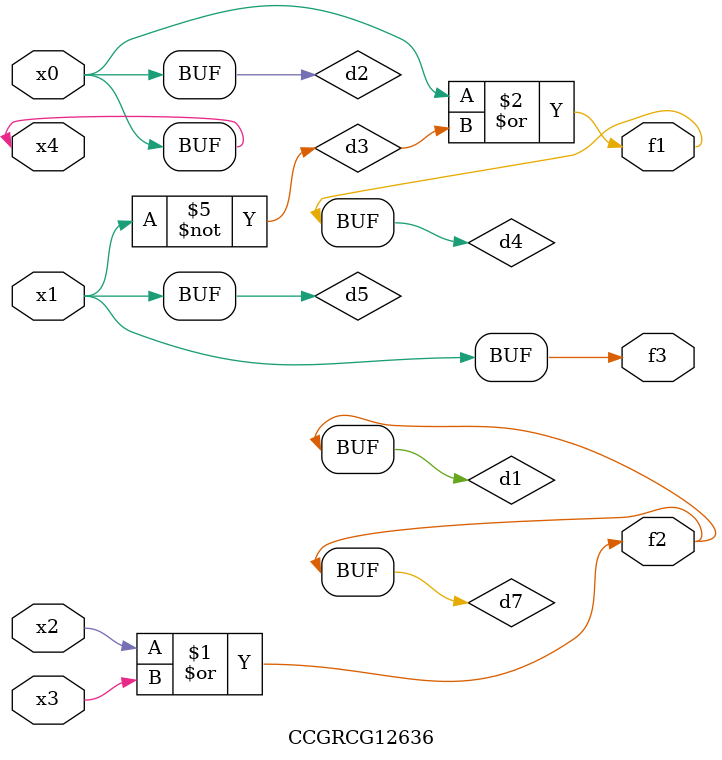
<source format=v>
module CCGRCG12636(
	input x0, x1, x2, x3, x4,
	output f1, f2, f3
);

	wire d1, d2, d3, d4, d5, d6, d7;

	or (d1, x2, x3);
	buf (d2, x0, x4);
	not (d3, x1);
	or (d4, d2, d3);
	not (d5, d3);
	nand (d6, d1, d3);
	or (d7, d1);
	assign f1 = d4;
	assign f2 = d7;
	assign f3 = d5;
endmodule

</source>
